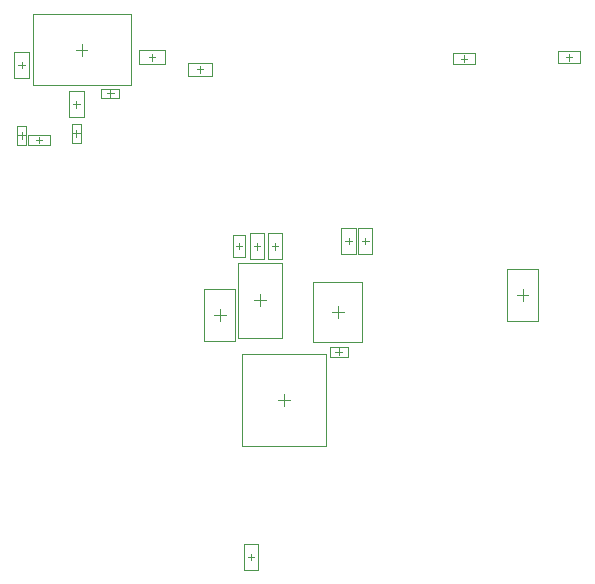
<source format=gbr>
%TF.GenerationSoftware,Altium Limited,Altium Designer,19.1.6 (110)*%
G04 Layer_Color=8388736*
%FSLAX26Y26*%
%MOIN*%
%TF.FileFunction,Other,M14-Top_Assembly*%
%TF.Part,Single*%
G01*
G75*
%TA.AperFunction,NonConductor*%
%ADD78C,0.003937*%
%ADD97C,0.001968*%
D78*
X142173Y4544000D02*
X163827D01*
X153000Y4533173D02*
Y4554827D01*
X679173Y4780000D02*
X700827D01*
X690000Y4769173D02*
Y4790827D01*
X1148858Y3950316D02*
Y3989686D01*
X1129174Y3970000D02*
X1168544D01*
X869488Y4010000D02*
X908858D01*
X889174Y3990316D02*
Y4029686D01*
X1745315Y4029000D02*
X1784685D01*
X1765000Y4009315D02*
Y4048685D01*
X735488Y3961000D02*
X774858D01*
X755174Y3941316D02*
Y3980686D01*
X949488Y3678000D02*
X988858D01*
X969174Y3658316D02*
Y3697686D01*
X275316Y4845000D02*
X314686D01*
X295000Y4825316D02*
Y4864686D01*
D97*
X1957401Y4800315D02*
Y4839685D01*
X1882598Y4800315D02*
Y4839685D01*
X1957401D01*
X1882598Y4800315D02*
X1957401D01*
X1909173Y4820000D02*
X1930827D01*
X1920000Y4809173D02*
Y4830827D01*
X1607396Y4796314D02*
Y4835684D01*
X1532592Y4796314D02*
Y4835684D01*
X1607396D01*
X1532592Y4796314D02*
X1607396D01*
X1559167Y4815999D02*
X1580821D01*
X1569994Y4805172D02*
Y4826826D01*
X849173Y3155000D02*
X870827D01*
X860000Y3144173D02*
Y3165827D01*
X883622Y3111693D02*
Y3198307D01*
X836378Y3111693D02*
Y3198307D01*
Y3111693D02*
X883622D01*
X836378Y3198307D02*
X883622D01*
X188433Y4526283D02*
Y4561717D01*
X117567Y4526283D02*
Y4561717D01*
X188433D01*
X117567Y4526283D02*
X188433D01*
X731339Y4758346D02*
Y4801654D01*
X648661Y4758346D02*
Y4801654D01*
X731339D01*
X648661Y4758346D02*
X731339D01*
X799488Y4153599D02*
X838858D01*
X799488Y4228402D02*
X838858D01*
Y4153599D02*
Y4228402D01*
X799488Y4153599D02*
Y4228402D01*
X819173Y4180173D02*
Y4201827D01*
X808347Y4191000D02*
X830000D01*
X1068150Y4070394D02*
X1229568D01*
X1068150Y3869606D02*
X1229568D01*
X1068150D02*
Y4070394D01*
X1229568Y3869606D02*
Y4070394D01*
X962008Y3885984D02*
Y4134016D01*
X816340Y3885984D02*
Y4134016D01*
Y3885984D02*
X962008D01*
X816340Y4134016D02*
X962008D01*
X868346Y4190000D02*
X890000D01*
X879174Y4179174D02*
Y4200826D01*
X855552Y4146694D02*
Y4233308D01*
X902796Y4146694D02*
Y4233308D01*
X855552D02*
X902796D01*
X855552Y4146694D02*
X902796D01*
X928346Y4190000D02*
X950000D01*
X939174Y4179174D02*
Y4200826D01*
X962796Y4146694D02*
Y4233308D01*
X915552Y4146694D02*
Y4233308D01*
Y4146694D02*
X962796D01*
X915552Y4233308D02*
X962796D01*
X1816181Y3942386D02*
Y4115614D01*
X1713819Y3942386D02*
Y4115614D01*
Y3942386D02*
X1816181D01*
X1713819Y4115614D02*
X1816181D01*
X703992Y3874386D02*
Y4047614D01*
X806354Y3874386D02*
Y4047614D01*
X703992D02*
X806354D01*
X703992Y3874386D02*
X806354D01*
X390000Y4688190D02*
Y4711812D01*
X378190Y4700000D02*
X401812D01*
X358504Y4715748D02*
X421496D01*
X358504Y4684252D02*
X421496D01*
Y4715748D01*
X358504Y4684252D02*
Y4715748D01*
X83190Y4560000D02*
X106812D01*
X95000Y4548190D02*
Y4571812D01*
X110748Y4528504D02*
Y4591496D01*
X79252Y4528504D02*
Y4591496D01*
Y4528504D02*
X110748D01*
X79252Y4591496D02*
X110748D01*
X266190Y4567000D02*
X289812D01*
X278000Y4555190D02*
Y4578812D01*
X262252Y4535504D02*
Y4598496D01*
X293748Y4535504D02*
Y4598496D01*
X262252D02*
X293748D01*
X262252Y4535504D02*
X293748D01*
X71378Y4751694D02*
X118622D01*
X71378Y4838308D02*
X118622D01*
Y4751694D02*
Y4838308D01*
X71378Y4751694D02*
Y4838308D01*
X95000Y4784174D02*
Y4805826D01*
X84174Y4795000D02*
X105828D01*
X573308Y4796378D02*
Y4843622D01*
X486694Y4796378D02*
Y4843622D01*
X573308D01*
X486694Y4796378D02*
X573308D01*
X519174Y4820000D02*
X540826D01*
X530000Y4809172D02*
Y4830826D01*
X829410Y3524456D02*
Y3831544D01*
X1108938Y3524456D02*
Y3831544D01*
X829410D02*
X1108938D01*
X829410Y3524456D02*
X1108938D01*
X131614Y4726890D02*
Y4963110D01*
X458386Y4726890D02*
Y4963110D01*
X131614Y4726890D02*
X458386D01*
X131614Y4963110D02*
X458386D01*
X1184496Y3822252D02*
Y3853748D01*
X1121504Y3822252D02*
Y3853748D01*
X1184496D01*
X1121504Y3822252D02*
X1184496D01*
X1141189Y3838000D02*
X1164811D01*
X1153000Y3826189D02*
Y3849811D01*
X1217378Y4251307D02*
X1264622D01*
X1217378Y4164693D02*
X1264622D01*
X1217378D02*
Y4251307D01*
X1264622Y4164693D02*
Y4251307D01*
X1241000Y4197173D02*
Y4218827D01*
X1230173Y4208000D02*
X1251827D01*
X254378Y4619693D02*
X301622D01*
X254378Y4706307D02*
X301622D01*
Y4619693D02*
Y4706307D01*
X254378Y4619693D02*
Y4706307D01*
X278000Y4652173D02*
Y4673827D01*
X267173Y4663000D02*
X288827D01*
X1161378Y4164693D02*
X1208622D01*
X1161378Y4251307D02*
X1208622D01*
Y4164693D02*
Y4251307D01*
X1161378Y4164693D02*
Y4251307D01*
X1185000Y4197173D02*
Y4218827D01*
X1174173Y4208000D02*
X1195827D01*
%TF.MD5,08573cfb9983bcc8019bd2dfbc2740a9*%
M02*

</source>
